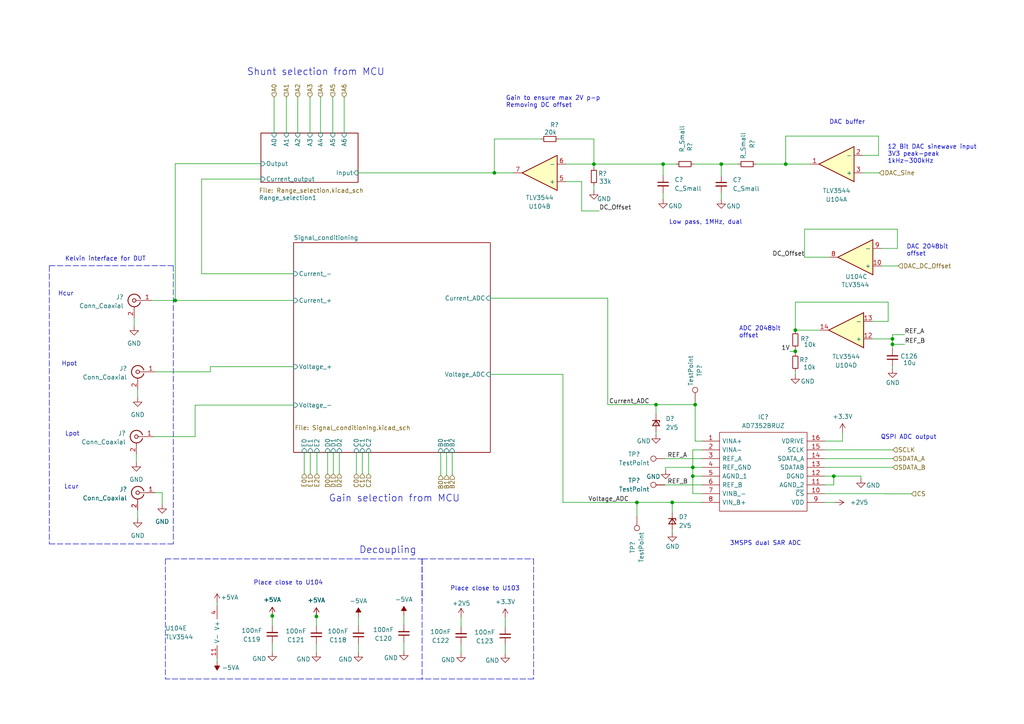
<source format=kicad_sch>
(kicad_sch (version 20230121) (generator eeschema)
  (paper "A4")
  (lib_symbols
    (symbol "Connector:Conn_Coaxial" (pin_names (offset 1.016) hide)
      (property "Reference" "J" (at 0.254 3.048 0))
      (property "Value" "Conn_Coaxial" (at 2.921 0 90))
      (symbol "Conn_Coaxial_0_1"
        (arc (start -1.778 -0.508) (mid 0.2311 -1.8066) (end 1.778 0) (stroke (width 0.254)))
        (polyline (pts (xy -2.54 0) (xy -0.508 0)))
        (polyline (pts (xy 0 -2.54) (xy 0 -1.778)))
        (circle (center 0 0) (radius 0.508) (stroke (width 0.2032)))
        (arc (start 1.778 0) (mid 0.2099 1.8101) (end -1.778 0.508) (stroke (width 0.254)))
      )
      (symbol "Conn_Coaxial_1_1"
        (pin passive line (at -5.08 0 0) (length 2.54) (name "In") (number "1"))
        (pin passive line (at 0 -5.08 90) (length 2.54) (name "Ext") (number "2"))
      )
    )
    (symbol "Connector:TestPoint" (pin_numbers hide) (pin_names (offset 0.762) hide)
      (property "Reference" "TP" (at 0 6.858 0))
      (property "Value" "TestPoint" (at 0 5.08 0))
      (symbol "TestPoint_0_1"
        (circle (center 0 3.302) (radius 0.762))
      )
      (symbol "TestPoint_1_1"
        (pin passive line (at 0 0 90) (length 2.54) (name "1") (number "1"))
      )
    )
    (symbol "Device:C_Small" (pin_numbers hide) (pin_names (offset 0.254) hide)
      (property "Reference" "C" (at 0.254 1.778 0))
      (property "Value" "C_Small" (at 0.254 -2.032 0))
      (symbol "C_Small_0_1"
        (polyline (pts (xy -1.524 -0.508) (xy 1.524 -0.508)) (stroke (width 0.3302)))
        (polyline (pts (xy -1.524 0.508) (xy 1.524 0.508)) (stroke (width 0.3048)))
      )
      (symbol "C_Small_1_1"
        (pin passive line (at 0 2.54 270) (length 2.032) (name "~") (number "1"))
        (pin passive line (at 0 -2.54 90) (length 2.032) (name "~") (number "2"))
      )
    )
    (symbol "Device:D_Zener_Small" (pin_numbers hide) (pin_names (offset 0.254) hide)
      (property "Reference" "D" (at 0 2.286 0))
      (property "Value" "D_Zener_Small" (at 0 -2.286 0))
      (symbol "D_Zener_Small_0_1"
        (polyline (pts (xy 0.762 0) (xy -0.762 0)))
        (polyline (pts (xy -0.254 1.016) (xy -0.762 1.016) (xy -0.762 -1.016)) (stroke (width 0.254)))
        (polyline (pts (xy 0.762 1.016) (xy -0.762 0) (xy 0.762 -1.016) (xy 0.762 1.016)) (stroke (width 0.254)))
      )
      (symbol "D_Zener_Small_1_1"
        (pin passive line (at -2.54 0 0) (length 1.778) (name "K") (number "1"))
        (pin passive line (at 2.54 0 180) (length 1.778) (name "A") (number "2"))
      )
    )
    (symbol "Device:Opamp_Quad"
      (property "Reference" "U" (at 0 5.08 0))
      (property "Value" "Opamp_Quad" (at 0 -5.08 0))
      (symbol "Opamp_Quad_1_1"
        (polyline (pts (xy -5.08 5.08) (xy 5.08 0) (xy -5.08 -5.08) (xy -5.08 5.08)) (stroke (width 0.254)) (fill (type background)))
        (pin output line (at 7.62 0 180) (length 2.54) (name "~") (number "1"))
        (pin input line (at -7.62 -2.54 0) (length 2.54) (name "-") (number "2"))
        (pin input line (at -7.62 2.54 0) (length 2.54) (name "+") (number "3"))
      )
      (symbol "Opamp_Quad_2_1"
        (polyline (pts (xy -5.08 5.08) (xy 5.08 0) (xy -5.08 -5.08) (xy -5.08 5.08)) (stroke (width 0.254)) (fill (type background)))
        (pin input line (at -7.62 2.54 0) (length 2.54) (name "+") (number "5"))
        (pin input line (at -7.62 -2.54 0) (length 2.54) (name "-") (number "6"))
        (pin output line (at 7.62 0 180) (length 2.54) (name "~") (number "7"))
      )
      (symbol "Opamp_Quad_3_1"
        (polyline (pts (xy -5.08 5.08) (xy 5.08 0) (xy -5.08 -5.08) (xy -5.08 5.08)) (stroke (width 0.254)) (fill (type background)))
        (pin input line (at -7.62 2.54 0) (length 2.54) (name "+") (number "10"))
        (pin output line (at 7.62 0 180) (length 2.54) (name "~") (number "8"))
        (pin input line (at -7.62 -2.54 0) (length 2.54) (name "-") (number "9"))
      )
      (symbol "Opamp_Quad_4_1"
        (polyline (pts (xy -5.08 5.08) (xy 5.08 0) (xy -5.08 -5.08) (xy -5.08 5.08)) (stroke (width 0.254)) (fill (type background)))
        (pin input line (at -7.62 2.54 0) (length 2.54) (name "+") (number "12"))
        (pin input line (at -7.62 -2.54 0) (length 2.54) (name "-") (number "13"))
        (pin output line (at 7.62 0 180) (length 2.54) (name "~") (number "14"))
      )
      (symbol "Opamp_Quad_5_1"
        (pin power_in line (at -2.54 -7.62 90) (length 3.81) (name "V-") (number "11"))
        (pin power_in line (at -2.54 7.62 270) (length 3.81) (name "V+") (number "4"))
      )
    )
    (symbol "Device:R_Small" (pin_numbers hide) (pin_names (offset 0.254) hide)
      (property "Reference" "R" (at 0.762 0.508 0))
      (property "Value" "R_Small" (at 0.762 -1.016 0))
      (symbol "R_Small_0_1"
        (rectangle (start -0.762 1.778) (end 0.762 -1.778) (stroke (width 0.2032)))
      )
      (symbol "R_Small_1_1"
        (pin passive line (at 0 2.54 270) (length 0.762) (name "~") (number "1"))
        (pin passive line (at 0 -2.54 90) (length 0.762) (name "~") (number "2"))
      )
    )
    (symbol "SamacSys_Parts:AD7352BRUZ" (pin_names (offset 0.762))
      (property "Reference" "IC" (at 31.75 7.62 0))
      (property "Value" "AD7352BRUZ" (at 31.75 5.08 0))
      (symbol "AD7352BRUZ_0_0"
        (pin passive line (at 0 0 0) (length 5.08) (name "VINA+") (number "1"))
        (pin passive line (at 35.56 -15.24 180) (length 5.08) (name "~{CS}") (number "10"))
        (pin passive line (at 35.56 -12.7 180) (length 5.08) (name "AGND_2") (number "11"))
        (pin passive line (at 35.56 -10.16 180) (length 5.08) (name "DGND") (number "12"))
        (pin passive line (at 35.56 -7.62 180) (length 5.08) (name "SDATAB") (number "13"))
        (pin passive line (at 35.56 -5.08 180) (length 5.08) (name "SDATA_A") (number "14"))
        (pin passive line (at 35.56 -2.54 180) (length 5.08) (name "SCLK") (number "15"))
        (pin passive line (at 35.56 0 180) (length 5.08) (name "VDRIVE") (number "16"))
        (pin passive line (at 0 -2.54 0) (length 5.08) (name "VINA-") (number "2"))
        (pin passive line (at 0 -5.08 0) (length 5.08) (name "REF_A") (number "3"))
        (pin passive line (at 0 -7.62 0) (length 5.08) (name "REF_GND") (number "4"))
        (pin passive line (at 0 -10.16 0) (length 5.08) (name "AGND_1") (number "5"))
        (pin passive line (at 0 -12.7 0) (length 5.08) (name "REF_B") (number "6"))
        (pin passive line (at 0 -15.24 0) (length 5.08) (name "VINB_-") (number "7"))
        (pin passive line (at 0 -17.78 0) (length 5.08) (name "VIN_B+") (number "8"))
        (pin passive line (at 35.56 -17.78 180) (length 5.08) (name "VDD") (number "9"))
      )
      (symbol "AD7352BRUZ_0_1"
        (polyline (pts (xy 5.08 2.54) (xy 30.48 2.54) (xy 30.48 -20.32) (xy 5.08 -20.32) (xy 5.08 2.54)) (stroke (width 0.1524)))
      )
    )
    (symbol "power:+2V5" (power) (pin_names (offset 0))
      (property "Value" "+2V5" (at 0 3.556 0))
      (symbol "+2V5_0_1"
        (polyline (pts (xy -0.762 1.27) (xy 0 2.54)))
        (polyline (pts (xy 0 0) (xy 0 2.54)))
        (polyline (pts (xy 0 2.54) (xy 0.762 1.27)))
      )
      (symbol "+2V5_1_1"
        (pin power_in line (at 0 0 90) (length 0) hide (name "+2V5") (number "1"))
      )
    )
    (symbol "power:+3.3V" (power) (pin_names (offset 0))
      (property "Value" "+3.3V" (at 0 3.556 0))
      (symbol "+3.3V_0_1"
        (polyline (pts (xy -0.762 1.27) (xy 0 2.54)))
        (polyline (pts (xy 0 0) (xy 0 2.54)))
        (polyline (pts (xy 0 2.54) (xy 0.762 1.27)))
      )
      (symbol "+3.3V_1_1"
        (pin power_in line (at 0 0 90) (length 0) hide (name "+3.3V") (number "1"))
      )
    )
    (symbol "power:+5VA" (power) (pin_names (offset 0))
      (property "Value" "+5VA" (at 0 3.556 0))
      (symbol "+5VA_0_1"
        (polyline (pts (xy -0.762 1.27) (xy 0 2.54)))
        (polyline (pts (xy 0 0) (xy 0 2.54)))
        (polyline (pts (xy 0 2.54) (xy 0.762 1.27)))
      )
      (symbol "+5VA_1_1"
        (pin power_in line (at 0 0 90) (length 0) hide (name "+5VA") (number "1"))
      )
    )
    (symbol "power:-5VA" (power) (pin_names (offset 0))
      (property "Value" "-5VA" (at 0 3.81 0))
      (symbol "-5VA_0_0"
        (pin power_in line (at 0 0 90) (length 0) hide (name "-5VA") (number "1"))
      )
      (symbol "-5VA_0_1"
        (polyline (pts (xy 0 0) (xy 0 1.27) (xy 0.762 1.27) (xy 0 2.54) (xy -0.762 1.27) (xy 0 1.27)) (fill (type outline)))
      )
    )
    (symbol "power:GND" (power) (pin_names (offset 0))
      (property "Value" "GND" (at 0 -3.81 0))
      (symbol "GND_0_1"
        (polyline (pts (xy 0 0) (xy 0 -1.27) (xy 1.27 -1.27) (xy 0 -2.54) (xy -1.27 -1.27) (xy 0 -1.27)))
      )
      (symbol "GND_1_1"
        (pin power_in line (at 0 0 270) (length 0) hide (name "GND") (number "1"))
      )
    )
  )
  (junction (at 200.9394 138.0998))
  (junction (at 50.8254 87.1474))
  (junction (at 241.8334 138.0998))
  (junction (at 200.9394 135.5598))
  (junction (at 258.8514 98.298))
  (junction (at 227.8888 47.5996))
  (junction (at 184.7342 145.7198))
  (junction (at 230.6828 101.9048))
  (junction (at 258.8514 99.8728))
  (junction (at 209.1944 47.5996))
  (junction (at 91.7702 178.7906))
  (junction (at 78.9686 178.6382))
  (junction (at 230.6828 95.758))
  (junction (at 190.2714 117.3734))
  (junction (at 201.6252 117.3734))
  (junction (at 192.3288 47.5996))
  (junction (at 194.9704 145.7198))
  (junction (at 172.2628 47.5996))
  (junction (at 143.383 50.1396))
  (wire (pts (xy 192.3288 47.5996) (xy 196.1388 47.5996)))
  (wire (pts (xy 129.5146 132.7658) (xy 129.54 132.7658)))
  (wire (pts (xy 239.1664 135.5598) (xy 258.9784 135.5598)))
  (wire (pts (xy 164.1348 47.5996) (xy 172.2628 47.5996)))
  (wire (pts (xy 131.1402 132.7912) (xy 131.1656 132.7912)))
  (wire (pts (xy 92.964 38.608) (xy 92.964 28.194)))
  (wire (pts (xy 103.3526 131.2164) (xy 103.3526 137.3886)))
  (wire (pts (xy 184.7342 145.7198) (xy 163.2712 145.7198)))
  (wire (pts (xy 193.0654 135.5598) (xy 193.0654 136.3218)))
  (polyline (pts (xy 122.4534 162.1028) (xy 154.7622 162.1028)) (stroke (width 0) (type dash)))
  (polyline (pts (xy 47.9806 162.1028) (xy 122.428 162.1028)) (stroke (width 0) (type dash)))
  (wire (pts (xy 200.9394 143.1798) (xy 200.9394 138.0998)))
  (wire (pts (xy 106.9086 131.2164) (xy 106.9086 137.3886)))
  (wire (pts (xy 163.2712 108.585) (xy 142.2146 108.585)))
  (wire (pts (xy 201.2188 47.5996) (xy 209.1944 47.5996)))
  (wire (pts (xy 127.8128 132.7404) (xy 127.8128 131.2164)))
  (wire (pts (xy 168.7068 61.1886) (xy 168.7068 52.6796)))
  (wire (pts (xy 127.8382 132.7404) (xy 127.8382 137.8204)))
  (wire (pts (xy 194.9704 153.7208) (xy 194.9704 154.4828)))
  (wire (pts (xy 253.0348 98.298) (xy 258.8514 98.298)))
  (wire (pts (xy 233.3498 74.5998) (xy 240.4618 74.5998)))
  (wire (pts (xy 38.9128 92.2274) (xy 38.9128 94.6404)))
  (wire (pts (xy 203.6064 130.4798) (xy 200.9394 130.4798)))
  (wire (pts (xy 219.2274 47.5996) (xy 227.8888 47.5996)))
  (wire (pts (xy 103.8606 50.1396) (xy 143.383 50.1396)))
  (wire (pts (xy 193.0654 135.5598) (xy 200.9394 135.5598)))
  (wire (pts (xy 78.9686 178.6382) (xy 78.9686 181.4322)))
  (wire (pts (xy 91.7702 178.7906) (xy 91.7702 181.5846)))
  (wire (pts (xy 58.4708 51.943) (xy 58.4708 79.4004)))
  (wire (pts (xy 39.9288 112.9284) (xy 39.9288 115.3414)))
  (wire (pts (xy 143.383 40.3098) (xy 156.9466 40.3098)))
  (wire (pts (xy 239.1664 143.1798) (xy 256.7686 143.1798)))
  (wire (pts (xy 86.36 38.608) (xy 86.36 28.194)))
  (wire (pts (xy 249.7074 138.0998) (xy 249.7074 138.8618)))
  (wire (pts (xy 105.0798 131.2164) (xy 105.0798 137.3886)))
  (wire (pts (xy 203.6064 143.1798) (xy 200.9394 143.1798)))
  (wire (pts (xy 172.2628 40.3098) (xy 172.2628 47.5996)))
  (wire (pts (xy 230.6828 107.6198) (xy 230.6828 108.712)))
  (wire (pts (xy 230.6828 87.63) (xy 230.6828 95.758)))
  (wire (pts (xy 258.8514 98.298) (xy 258.8514 99.8728)))
  (wire (pts (xy 96.6724 131.2164) (xy 96.6724 137.3886)))
  (wire (pts (xy 62.9666 174.752) (xy 62.9666 175.7426)))
  (wire (pts (xy 58.4708 51.943) (xy 75.6666 51.943)))
  (wire (pts (xy 184.7342 145.7198) (xy 194.9704 145.7198)))
  (wire (pts (xy 190.2714 117.3734) (xy 201.6252 117.3734)))
  (wire (pts (xy 256.7686 143.2306) (xy 264.3886 143.2306)))
  (wire (pts (xy 190.2714 125.2474) (xy 190.2714 126.0094)))
  (wire (pts (xy 103.9622 178.816) (xy 103.9622 181.61)))
  (wire (pts (xy 239.1664 138.0998) (xy 241.8334 138.0998)))
  (wire (pts (xy 85.1662 106.3498) (xy 61.0108 106.3498)))
  (wire (pts (xy 201.6252 117.3734) (xy 201.6252 127.9398)))
  (wire (pts (xy 230.6828 101.1174) (xy 230.6828 101.9048)))
  (wire (pts (xy 239.1664 140.6398) (xy 241.8334 140.6398)))
  (wire (pts (xy 99.822 38.608) (xy 99.822 28.194)))
  (wire (pts (xy 172.2628 53.721) (xy 172.2628 55.245)))
  (wire (pts (xy 227.8888 39.4716) (xy 227.8888 47.5996)))
  (wire (pts (xy 227.8888 47.5996) (xy 235.0008 47.5996)))
  (wire (pts (xy 56.5912 117.5004) (xy 85.1662 117.5004)))
  (wire (pts (xy 176.276 117.3734) (xy 176.276 86.487)))
  (wire (pts (xy 39.5478 131.7244) (xy 39.5478 134.1374)))
  (wire (pts (xy 192.8114 133.0198) (xy 203.6064 133.0198)))
  (wire (pts (xy 142.2146 86.487) (xy 176.276 86.487)))
  (wire (pts (xy 194.9704 145.7198) (xy 194.9704 148.6408)))
  (wire (pts (xy 258.8514 97.0788) (xy 258.8514 98.298)))
  (wire (pts (xy 96.52 38.608) (xy 96.52 28.194)))
  (wire (pts (xy 89.916 38.608) (xy 89.916 28.194)))
  (wire (pts (xy 209.1944 47.5996) (xy 214.1474 47.5996)))
  (wire (pts (xy 258.8514 97.0788) (xy 262.3566 97.0788)))
  (wire (pts (xy 257.6068 93.218) (xy 257.6068 87.63)))
  (wire (pts (xy 146.5326 186.9948) (xy 146.5326 189.611)))
  (wire (pts (xy 192.3288 47.5996) (xy 192.3288 50.8508)))
  (wire (pts (xy 201.6252 116.4082) (xy 201.6252 117.3734)))
  (wire (pts (xy 133.731 178.9684) (xy 133.731 181.7624)))
  (polyline (pts (xy 154.7622 196.9262) (xy 122.428 196.9262)) (stroke (width 0) (type dash)))
  (wire (pts (xy 45.0088 107.8484) (xy 61.0108 107.8484)))
  (wire (pts (xy 98.3996 131.2164) (xy 98.3996 137.3886)))
  (wire (pts (xy 244.3734 127.9398) (xy 244.3734 125.3998)))
  (polyline (pts (xy 122.428 162.0774) (xy 122.428 196.9262)) (stroke (width 0) (type dash)))
  (wire (pts (xy 47.0408 142.9004) (xy 47.0408 146.3294)))
  (wire (pts (xy 117.1448 178.3842) (xy 117.1448 181.1782)))
  (wire (pts (xy 127.8128 132.7404) (xy 127.8382 132.7404)))
  (wire (pts (xy 230.6828 95.758) (xy 230.6828 96.0374)))
  (polyline (pts (xy 122.428 162.1028) (xy 122.428 174.2186)) (stroke (width 0) (type dash)))
  (polyline (pts (xy 14.3256 77.0636) (xy 50.2666 77.0636)) (stroke (width 0) (type dash)))
  (wire (pts (xy 172.2628 47.5996) (xy 192.3288 47.5996)))
  (wire (pts (xy 256.7686 143.2306) (xy 256.7686 143.1798)))
  (wire (pts (xy 83.058 38.608) (xy 83.058 28.194)))
  (wire (pts (xy 173.7868 61.1886) (xy 168.7068 61.1886)))
  (wire (pts (xy 89.9922 131.2164) (xy 89.9922 137.3886)))
  (wire (pts (xy 95.0214 131.2164) (xy 95.0214 137.3886)))
  (wire (pts (xy 78.9686 186.5122) (xy 78.9686 189.1284)))
  (wire (pts (xy 172.2628 47.5996) (xy 172.2628 48.641)))
  (wire (pts (xy 62.9666 190.9826) (xy 62.9666 191.8716)))
  (wire (pts (xy 192.8114 140.6398) (xy 203.6064 140.6398)))
  (wire (pts (xy 58.4708 79.4004) (xy 85.1662 79.4004)))
  (wire (pts (xy 203.6064 138.0998) (xy 200.9394 138.0998)))
  (wire (pts (xy 117.1448 186.2582) (xy 117.1448 188.8744)))
  (wire (pts (xy 50.8254 87.1474) (xy 43.9928 87.1474)))
  (wire (pts (xy 88.2396 131.2164) (xy 88.2396 137.3886)))
  (wire (pts (xy 50.8254 47.4726) (xy 75.6666 47.4726)))
  (wire (pts (xy 239.1664 127.9398) (xy 244.3734 127.9398)))
  (wire (pts (xy 192.3288 55.9308) (xy 192.3288 57.8358)))
  (wire (pts (xy 91.9226 131.2164) (xy 91.9226 137.3886)))
  (wire (pts (xy 184.7342 145.7198) (xy 184.7342 149.8854)))
  (wire (pts (xy 129.5146 132.7658) (xy 129.5146 131.2164)))
  (wire (pts (xy 39.9288 147.9804) (xy 39.9288 150.3934)))
  (wire (pts (xy 146.5326 179.1208) (xy 146.5326 181.9148)))
  (wire (pts (xy 209.1944 50.9016) (xy 209.1944 47.5996)))
  (wire (pts (xy 200.9394 130.4798) (xy 200.9394 135.5598)))
  (wire (pts (xy 50.8254 47.4726) (xy 50.8254 87.1474)))
  (wire (pts (xy 239.1664 145.7198) (xy 242.2144 145.7198)))
  (polyline (pts (xy 47.9806 162.1028) (xy 47.9806 196.9262)) (stroke (width 0) (type dash)))
  (wire (pts (xy 190.2714 117.3734) (xy 190.2714 120.1674)))
  (wire (pts (xy 200.9394 138.0998) (xy 200.9394 135.5598)))
  (wire (pts (xy 168.7068 52.6796) (xy 164.1348 52.6796)))
  (polyline (pts (xy 50.2666 157.7594) (xy 14.3002 157.7594)) (stroke (width 0) (type dash)))
  (wire (pts (xy 250.2408 50.1396) (xy 255.0668 50.1396)))
  (wire (pts (xy 61.0108 106.3498) (xy 61.0108 107.8484)))
  (wire (pts (xy 143.383 50.1396) (xy 143.383 40.3098)))
  (wire (pts (xy 143.383 50.1396) (xy 148.8948 50.1396)))
  (wire (pts (xy 254.8128 45.0596) (xy 254.8128 39.4716)))
  (wire (pts (xy 255.7018 77.1398) (xy 260.5278 77.1398)))
  (wire (pts (xy 239.1664 133.0198) (xy 258.9784 133.0198)))
  (wire (pts (xy 56.5912 117.5004) (xy 56.5912 126.6444)))
  (wire (pts (xy 241.8334 140.6398) (xy 241.8334 138.0998)))
  (wire (pts (xy 79.502 38.608) (xy 79.502 28.194)))
  (wire (pts (xy 260.2738 66.4718) (xy 233.3498 66.4718)))
  (wire (pts (xy 133.731 186.8424) (xy 133.731 189.4586)))
  (wire (pts (xy 229.108 101.9048) (xy 230.6828 101.9048)))
  (wire (pts (xy 203.6064 127.9398) (xy 201.6252 127.9398)))
  (wire (pts (xy 250.2408 45.0596) (xy 254.8128 45.0596)))
  (wire (pts (xy 255.7018 72.0598) (xy 260.2738 72.0598)))
  (wire (pts (xy 103.9622 186.69) (xy 103.9622 189.3062)))
  (wire (pts (xy 194.9704 145.7198) (xy 203.6064 145.7198)))
  (wire (pts (xy 257.6068 87.63) (xy 230.6828 87.63)))
  (wire (pts (xy 241.8334 138.0998) (xy 249.7074 138.0998)))
  (wire (pts (xy 239.1664 130.4798) (xy 258.9784 130.4798)))
  (wire (pts (xy 260.2738 72.0598) (xy 260.2738 66.4718)))
  (wire (pts (xy 230.6828 95.758) (xy 237.7948 95.758)))
  (wire (pts (xy 209.1944 55.9816) (xy 209.1944 57.8866)))
  (wire (pts (xy 163.2712 145.7198) (xy 163.2712 108.585)))
  (polyline (pts (xy 14.3002 77.089) (xy 14.3002 157.7594)) (stroke (width 0) (type dash)))
  (wire (pts (xy 129.54 132.7658) (xy 129.54 137.795)))
  (wire (pts (xy 50.8254 87.1474) (xy 85.1662 87.1474)))
  (polyline (pts (xy 122.428 196.9262) (xy 47.9806 196.9262)) (stroke (width 0) (type dash)))
  (wire (pts (xy 131.1402 132.7912) (xy 131.1402 131.2164)))
  (wire (pts (xy 200.9394 135.5598) (xy 203.6064 135.5598)))
  (wire (pts (xy 91.7702 186.6646) (xy 91.7702 189.2808)))
  (wire (pts (xy 230.6828 101.9048) (xy 230.6828 102.5398)))
  (polyline (pts (xy 154.7622 162.1028) (xy 154.7622 196.9262)) (stroke (width 0) (type dash)))
  (wire (pts (xy 44.6278 126.6444) (xy 56.5912 126.6444)))
  (wire (pts (xy 233.3498 66.4718) (xy 233.3498 74.5998)))
  (wire (pts (xy 258.8514 106.2482) (xy 258.8514 106.9848)))
  (wire (pts (xy 254.8128 39.4716) (xy 227.8888 39.4716)))
  (wire (pts (xy 131.1656 132.7912) (xy 131.1656 137.7442)))
  (polyline (pts (xy 50.2666 77.0636) (xy 50.2666 157.7594)) (stroke (width 0) (type dash)))
  (wire (pts (xy 176.276 117.3734) (xy 190.2714 117.3734)))
  (wire (pts (xy 162.0266 40.3098) (xy 172.2628 40.3098)))
  (wire (pts (xy 253.0348 93.218) (xy 257.6068 93.218)))
  (wire (pts (xy 258.8514 99.8728) (xy 258.8514 101.1682)))
  (wire (pts (xy 45.0088 142.9004) (xy 47.0408 142.9004)))
  (wire (pts (xy 262.4074 99.8728) (xy 258.8514 99.8728)))
  (text "Gain selection from MCU\n" (at 95.3262 145.8214 0) (effects (font (size 2 2)) (justify left bottom)))
  (text "Shunt selection from MCU\n" (at 71.5772 22.1488 0) (effects (font (size 2 2)) (justify left bottom)))
  (text "QSPI ADC output" (at 255.4224 127.6096 0) (effects (font (size 1.27 1.27)) (justify left bottom)))
  (text "Lcur\n" (at 18.5928 142.0114 0) (effects (font (size 1.27 1.27)) (justify left bottom)))
  (text "Decoupling\n" (at 104.14 160.8074 0) (effects (font (size 2 2)) (justify left bottom)))
  (text "Place close to U103\n\n\n\n\n\n" (at 150.7998 181.7624 0) (effects (font (size 1.27 1.27)) (justify right bottom)))
  (text "ADC 2048bit\noffset\n" (at 214.3252 98.171 0) (effects (font (size 1.27 1.27)) (justify left bottom)))
  (text "DAC 2048bit\noffset" (at 262.9154 74.4474 0) (effects (font (size 1.27 1.27)) (justify left bottom)))
  (text "3MSPS dual SAR ADC" (at 211.6582 158.3944 0) (effects (font (size 1.27 1.27)) (justify left bottom)))
  (text "Place close to U104\n\n\n\n\n\n" (at 93.726 180.086 0) (effects (font (size 1.27 1.27)) (justify right bottom)))
  (text "12 Bit DAC sinewave input\n3V3 peak-peak\n1kHz-300kHz\n" (at 257.4036 47.5488 0) (effects (font (size 1.27 1.27)) (justify left bottom)))
  (text "Low pass, 1MHz, dual\n" (at 194.0052 65.2526 0) (effects (font (size 1.27 1.27)) (justify left bottom)))
  (text "Lpot" (at 18.8468 126.6444 0) (effects (font (size 1.27 1.27)) (justify left bottom)))
  (text "Hcur" (at 16.8148 86.0044 0) (effects (font (size 1.27 1.27)) (justify left bottom)))
  (text "Kelvin interface for DUT" (at 18.8468 75.9206 0) (effects (font (size 1.27 1.27)) (justify left bottom)))
  (text "Hpot" (at 17.8308 106.3244 0) (effects (font (size 1.27 1.27)) (justify left bottom)))
  (text "DAC buffer" (at 240.5126 36.2458 0) (effects (font (size 1.27 1.27)) (justify left bottom)))
  (text "Gain to ensure max 2V p-p\nRemoving DC offset " (at 146.7104 31.3436 0) (effects (font (size 1.27 1.27)) (justify left bottom)))
  (label "Current_ADC" (at 176.6316 117.3734 0))
  (label "REF_B" (at 193.5734 140.6398 0))
  (label "REF_B" (at 262.4074 99.8728 0))
  (label "1V" (at 229.108 101.9048 180))
  (label "Voltage_ADC" (at 170.5864 145.7198 0))
  (label "REF_A" (at 193.5734 133.0198 0))
  (label "DC_Offset" (at 173.7868 61.1886 0))
  (label "DC_Offset" (at 233.3498 74.5998 180))
  (label "REF_A" (at 262.3566 97.0788 0))
  (hierarchical_label "B0" (shape input) (at 127.8382 137.8204 270))
  (hierarchical_label "E2" (shape input) (at 91.9226 137.3886 270))
  (hierarchical_label "A0" (shape input) (at 79.502 28.194 90))
  (hierarchical_label "A3" (shape input) (at 89.916 28.194 90))
  (hierarchical_label "DAC_DC_Offset" (shape input) (at 260.5278 77.1398 0))
  (hierarchical_label "A2" (shape input) (at 86.36 28.194 90))
  (hierarchical_label "DAC_Sine" (shape input) (at 255.0668 50.1396 0))
  (hierarchical_label "A5" (shape input) (at 96.52 28.194 90))
  (hierarchical_label "A4" (shape input) (at 92.964 28.194 90))
  (hierarchical_label "A6" (shape input) (at 99.822 28.194 90))
  (hierarchical_label "B2" (shape input) (at 131.1656 137.7442 270))
  (hierarchical_label "E0" (shape input) (at 88.2396 137.3886 270))
  (hierarchical_label "D2" (shape input) (at 98.3996 137.3886 270))
  (hierarchical_label "SDATA_A" (shape input) (at 258.9784 133.0198 0))
  (hierarchical_label "E1" (shape input) (at 89.9922 137.3886 270))
  (hierarchical_label "C2" (shape input) (at 106.9086 137.3886 270))
  (hierarchical_label "C1" (shape input) (at 105.0798 137.3886 270))
  (hierarchical_label "B1" (shape input) (at 129.54 137.795 270))
  (hierarchical_label "D0" (shape input) (at 95.0214 137.3886 270))
  (hierarchical_label "SDATA_B" (shape input) (at 258.9784 135.5598 0))
  (hierarchical_label "D1" (shape input) (at 96.6724 137.3886 270))
  (hierarchical_label "SCLK" (shape input) (at 258.9784 130.4798 0))
  (hierarchical_label "CS" (shape input) (at 264.3886 143.2306 0))
  (hierarchical_label "C0" (shape input) (at 103.3526 137.3886 270))
  (hierarchical_label "A1" (shape input) (at 83.058 28.194 90))
  (symbol (lib_id "Device:C_Small") (at 78.9686 183.9722 180) (unit 1)
    (property "Reference" "C119" (at 73.025 185.4454 0))
    (property "Value" "100nF" (at 73.025 182.9054 0))
    (property "Footprint" "Capacitor_SMD:C_0603_1608Metric" (effects hide))
    (instances (project "LCR" (path "" (reference "C119") (unit 1)) (path "" (reference "C?") (unit 1))))
  )
  (symbol (lib_id "power:+5VA") (at 78.9686 178.6382 0) (unit 1)
    (property "Reference" "#PWR?" (effects hide))
    (property "Value" "+5VA" (at 78.9686 173.9392 0))
    (instances (project "LCR" (path "" (reference "#PWR?") (unit 1)) (path "" (reference "#PWR?") (unit 1)) (path "" (reference "#PWR0174") (unit 1)) (path "" (reference "#PWR?") (unit 1))))
  )
  (symbol (lib_id "power:+5VA") (at 91.7702 178.7906 0) (unit 1)
    (property "Reference" "#PWR?" (effects hide))
    (property "Value" "+5VA" (at 91.7702 174.0916 0))
    (instances (project "LCR" (path "" (reference "#PWR?") (unit 1)) (path "" (reference "#PWR?") (unit 1)) (path "" (reference "#PWR0179") (unit 1)) (path "" (reference "#PWR?") (unit 1))))
  )
  (symbol (lib_id "power:+2V5") (at 242.2144 145.7198 270) (unit 1)
    (property "Reference" "#PWR?" (effects hide))
    (property "Value" "+2V5" (at 246.5324 145.7198 90) (effects (justify left)))
    (instances (project "LCR" (path "" (reference "#PWR?") (unit 1)) (path "" (reference "#PWR0193") (unit 1))))
  )
  (symbol (lib_id "Connector:Conn_Coaxial") (at 39.9288 107.8484 0) (mirror y) (unit 1)
    (property "Reference" "J?" (at 36.8808 106.8716 0) (effects (justify left)))
    (property "Value" "Conn_Coaxial" (at 36.8808 109.4116 0) (effects (justify left)))
    (property "Footprint" "SamacSys_Parts:031543110RFX" (effects hide))
    (property "Datasheet" " ~" (effects hide))
    (instances (project "LCR" (path "" (reference "J?") (unit 1)) (path "" (reference "J106") (unit 1))))
  )
  (symbol (lib_id "power:-5VA") (at 62.9666 191.8716 180) (unit 1)
    (property "Reference" "#PWR?" (effects hide))
    (property "Value" "-5VA" (at 66.8782 193.6496 0))
    (instances (project "LCR" (path "" (reference "#PWR?") (unit 1)) (path "" (reference "#PWR?") (unit 1)) (path "" (reference "#PWR0171") (unit 1)) (path "" (reference "#PWR?") (unit 1))))
  )
  (symbol (lib_id "power:GND") (at 209.1944 57.8866 0) (mirror y) (unit 1)
    (property "Reference" "#PWR?" (effects hide))
    (property "Value" "GND" (at 212.7504 59.7916 0))
    (instances (project "LCR" (path "" (reference "#PWR?") (unit 1)) (path "" (reference "#PWR0191") (unit 1))))
  )
  (symbol (lib_id "Device:Opamp_Quad") (at 245.4148 95.758 180) (unit 4)
    (property "Reference" "U104" (at 245.4148 105.9688 0))
    (property "Value" "TLV3544" (at 245.4148 103.4288 0))
    (property "Footprint" "Package_SO:SOIC-14_3.9x8.7mm_P1.27mm" (effects hide))
  )
  (symbol (lib_id "power:GND") (at 172.2628 55.245 0) (unit 1)
    (property "Reference" "#PWR?" (effects hide))
    (property "Value" "GND" (at 175.2092 57.6834 0))
    (instances (project "LCR" (path "" (reference "#PWR?") (unit 1)) (path "" (reference "#PWR?") (unit 1)) (path "" (reference "#PWR0186") (unit 1))))
  )
  (symbol (lib_id "Device:R_Small") (at 230.6828 105.0798 0) (unit 1)
    (property "Reference" "R?" (at 231.8512 104.3686 0) (effects (justify left)))
    (property "Value" "10k" (at 232.9688 106.5022 0) (effects (justify left)))
    (property "Footprint" "Resistor_SMD:R_0603_1608Metric" (effects hide))
    (instances (project "LCR" (path "" (reference "R?") (unit 1)) (path "" (reference "R?") (unit 1)) (path "" (reference "R120") (unit 1))))
  )
  (symbol (lib_id "power:GND") (at 192.3288 57.8358 0) (mirror y) (unit 1)
    (property "Reference" "#PWR?" (effects hide))
    (property "Value" "GND" (at 195.8848 59.7408 0))
    (instances (project "LCR" (path "" (reference "#PWR?") (unit 1)) (path "" (reference "#PWR0188") (unit 1))))
  )
  (symbol (lib_id "power:GND") (at 133.731 189.4586 0) (unit 1)
    (property "Reference" "#PWR?" (effects hide))
    (property "Value" "GND" (at 129.9718 191.389 0))
    (instances (project "LCR" (path "" (reference "#PWR?") (unit 1)) (path "" (reference "#PWR0183") (unit 1)) (path "" (reference "#PWR?") (unit 1))))
  )
  (symbol (lib_id "power:+3.3V") (at 146.5326 179.1208 0) (unit 1)
    (property "Reference" "#PWR?" (effects hide))
    (property "Value" "+3.3V" (at 146.5326 174.5488 0))
    (instances (project "LCR" (path "" (reference "#PWR?") (unit 1)) (path "" (reference "#PWR0184") (unit 1))))
  )
  (symbol (lib_id "Connector:Conn_Coaxial") (at 38.9128 87.1474 0) (mirror y) (unit 1)
    (property "Reference" "J?" (at 35.8648 86.1706 0) (effects (justify left)))
    (property "Value" "Conn_Coaxial" (at 35.8648 88.7106 0) (effects (justify left)))
    (property "Footprint" "SamacSys_Parts:031543110RFX" (effects hide))
    (property "Datasheet" " ~" (effects hide))
    (instances (project "LCR" (path "" (reference "J?") (unit 1)) (path "" (reference "J104") (unit 1))))
  )
  (symbol (lib_id "Device:C_Small") (at 103.9622 184.15 180) (unit 1)
    (property "Reference" "C118" (at 98.0186 185.6232 0))
    (property "Value" "100nF" (at 98.0186 183.0832 0))
    (property "Footprint" "Capacitor_SMD:C_0603_1608Metric" (effects hide))
    (instances (project "LCR" (path "" (reference "C118") (unit 1)) (path "" (reference "C?") (unit 1))))
  )
  (symbol (lib_id "Device:R_Small") (at 159.4866 40.3098 90) (unit 1)
    (property "Reference" "R?" (at 162.1282 36.2204 90) (effects (justify left)))
    (property "Value" "20k" (at 161.4932 38.3794 90) (effects (justify left)))
    (property "Footprint" "Resistor_SMD:R_0603_1608Metric" (effects hide))
    (instances (project "LCR" (path "" (reference "R?") (unit 1)) (path "" (reference "R?") (unit 1)) (path "" (reference "R115") (unit 1))))
  )
  (symbol (lib_id "power:GND") (at 230.6828 108.712 0) (mirror y) (unit 1)
    (property "Reference" "#PWR?" (effects hide))
    (property "Value" "GND" (at 234.2388 110.617 0))
    (instances (project "LCR" (path "" (reference "#PWR?") (unit 1)) (path "" (reference "#PWR0192") (unit 1))))
  )
  (symbol (lib_id "power:GND") (at 78.9686 189.1284 0) (unit 1)
    (property "Reference" "#PWR?" (effects hide))
    (property "Value" "GND" (at 75.2094 191.0588 0))
    (instances (project "LCR" (path "" (reference "#PWR?") (unit 1)) (path "" (reference "#PWR0176") (unit 1)) (path "" (reference "#PWR?") (unit 1))))
  )
  (symbol (lib_id "Connector:TestPoint") (at 192.8114 140.6398 90) (unit 1)
    (property "Reference" "TP?" (at 183.9214 139.3698 90))
    (property "Value" "TestPoint" (at 183.9214 141.9098 90))
    (property "Footprint" "TestPoint:TestPoint_Pad_D2.0mm" (effects hide))
    (instances (project "LCR" (path "" (reference "TP?") (unit 1)) (path "" (reference "TP103") (unit 1))))
  )
  (symbol (lib_id "power:+5VA") (at 62.9666 174.752 0) (unit 1)
    (property "Reference" "#PWR?" (effects hide))
    (property "Value" "+5VA" (at 66.5988 173.2534 0))
    (instances (project "LCR" (path "" (reference "#PWR?") (unit 1)) (path "" (reference "#PWR?") (unit 1)) (path "" (reference "#PWR0170") (unit 1)) (path "" (reference "#PWR?") (unit 1))))
  )
  (symbol (lib_id "Device:C_Small") (at 209.1944 53.4416 0) (unit 1)
    (property "Reference" "C?" (at 212.4964 52.1779 0) (effects (justify left)))
    (property "Value" "C_Small" (at 212.4964 54.7179 0) (effects (justify left)))
    (property "Footprint" "Capacitor_SMD:C_0603_1608Metric" (effects hide))
    (instances (project "LCR" (path "" (reference "C?") (unit 1)) (path "" (reference "C125") (unit 1))))
  )
  (symbol (lib_id "Device:Opamp_Quad") (at 65.5066 183.3626 0) (unit 5)
    (property "Reference" "U104" (at 47.9298 182.2196 0) (effects (justify left)))
    (property "Value" "TLV3544" (at 47.9298 184.7596 0) (effects (justify left)))
    (property "Footprint" "Package_SO:SOIC-14_3.9x8.7mm_P1.27mm" (effects hide))
    (instances (project "LCR" (path "" (reference "U104") (unit 5)) (path "" (reference "U?") (unit 5))))
  )
  (symbol (lib_id "Device:C_Small") (at 146.5326 184.4548 180) (unit 1)
    (property "Reference" "C123" (at 140.589 185.928 0))
    (property "Value" "100nF" (at 140.589 183.388 0))
    (property "Footprint" "Capacitor_SMD:C_0603_1608Metric" (effects hide))
    (instances (project "LCR" (path "" (reference "C123") (unit 1)) (path "" (reference "C?") (unit 1))))
  )
  (symbol (lib_id "power:-5VA") (at 117.1448 178.3842 0) (unit 1)
    (property "Reference" "#PWR?" (effects hide))
    (property "Value" "-5VA" (at 117.1448 173.863 0))
    (instances (project "LCR" (path "" (reference "#PWR?") (unit 1)) (path "" (reference "#PWR?") (unit 1)) (path "" (reference "#PWR0177") (unit 1)) (path "" (reference "#PWR?") (unit 1))))
  )
  (symbol (lib_id "power:GND") (at 39.5478 134.1374 0) (mirror y) (unit 1)
    (property "Reference" "#PWR?" (effects hide))
    (property "Value" "GND" (at 39.5478 139.0904 0))
    (instances (project "LCR" (path "" (reference "#PWR?") (unit 1)) (path "" (reference "#PWR0166") (unit 1))))
  )
  (symbol (lib_id "SamacSys_Parts:AD7352BRUZ") (at 203.6064 127.9398 0) (unit 1)
    (property "Reference" "IC?" (at 221.3864 120.9548 0))
    (property "Value" "AD7352BRUZ" (at 221.3864 123.4948 0))
    (property "Footprint" "SamacSys_Parts:SOP65P640X120-16N" (effects hide))
    (property "Datasheet" "http://www.analog.com/media/en/technical-documentation/data-sheets/AD7352.pdf" (effects hide))
    (property "Description" "AD7352BRUZ, 12 bit ADC Dual, Differential, SPI, Microwire, 16-Pin TSSOP" (effects hide))
    (property "Height" "1.2" (effects hide))
    (property "Manufacturer_Name" "Analog Devices" (effects hide))
    (property "Manufacturer_Part_Number" "AD7352BRUZ" (effects hide))
    (instances (project "LCR" (path "" (reference "IC?") (unit 1)) (path "" (reference "IC103") (unit 1))))
  )
  (symbol (lib_id "Device:C_Small") (at 117.1448 183.7182 180) (unit 1)
    (property "Reference" "C120" (at 111.2012 185.1914 0))
    (property "Value" "100nF" (at 111.2012 182.6514 0))
    (property "Footprint" "Capacitor_SMD:C_0603_1608Metric" (effects hide))
    (instances (project "LCR" (path "" (reference "C120") (unit 1)) (path "" (reference "C?") (unit 1))))
  )
  (symbol (lib_id "power:GND") (at 249.7074 138.8618 0) (mirror y) (unit 1)
    (property "Reference" "#PWR?" (effects hide))
    (property "Value" "GND" (at 253.2634 140.7668 0))
    (instances (project "LCR" (path "" (reference "#PWR?") (unit 1)) (path "" (reference "#PWR0195") (unit 1))))
  )
  (symbol (lib_id "Device:D_Zener_Small") (at 194.9704 151.1808 270) (unit 1)
    (property "Reference" "D?" (at 196.85 149.9108 90) (effects (justify left)))
    (property "Value" "2V5" (at 196.85 152.4508 90) (effects (justify left)))
    (property "Footprint" "Diode_SMD:D_SOD-123" (effects hide))
    (instances (project "LCR" (path "" (reference "D?") (unit 1)) (path "" (reference "D103") (unit 1))))
  )
  (symbol (lib_id "Connector:TestPoint") (at 192.8114 133.0198 90) (unit 1)
    (property "Reference" "TP?" (at 183.9214 131.7498 90))
    (property "Value" "TestPoint" (at 183.9214 134.2898 90))
    (property "Footprint" "TestPoint:TestPoint_Pad_D2.0mm" (effects hide))
    (instances (project "LCR" (path "" (reference "TP?") (unit 1)) (path "" (reference "TP102") (unit 1))))
  )
  (symbol (lib_id "Device:R_Small") (at 198.6788 47.5996 270) (unit 1)
    (property "Reference" "R?" (at 200.1012 41.3004 0) (effects (justify left)))
    (property "Value" "R_Small" (at 197.8152 36.3474 0) (effects (justify left)))
    (property "Footprint" "Resistor_SMD:R_0603_1608Metric" (effects hide))
    (instances (project "LCR" (path "" (reference "R?") (unit 1)) (path "" (reference "R117") (unit 1))))
  )
  (symbol (lib_id "power:GND") (at 190.2714 126.0094 0) (unit 1)
    (property "Reference" "#PWR?" (effects hide))
    (property "Value" "GND" (at 186.7154 127.9144 0))
    (instances (project "LCR" (path "" (reference "#PWR?") (unit 1)) (path "" (reference "#PWR0187") (unit 1))))
  )
  (symbol (lib_id "Connector:Conn_Coaxial") (at 39.5478 126.6444 0) (mirror y) (unit 1)
    (property "Reference" "J?" (at 36.4998 125.6676 0) (effects (justify left)))
    (property "Value" "Conn_Coaxial" (at 36.4998 128.2076 0) (effects (justify left)))
    (property "Footprint" "SamacSys_Parts:031543110RFX" (effects hide))
    (property "Datasheet" " ~" (effects hide))
    (instances (project "LCR" (path "" (reference "J?") (unit 1)) (path "" (reference "J105") (unit 1))))
  )
  (symbol (lib_id "power:+2V5") (at 133.731 178.9684 0) (unit 1)
    (property "Reference" "#PWR?" (effects hide))
    (property "Value" "+2V5" (at 131.1402 174.9806 0) (effects (justify left)))
    (instances (project "LCR" (path "" (reference "#PWR?") (unit 1)) (path "" (reference "#PWR0182") (unit 1))))
  )
  (symbol (lib_id "Device:C_Small") (at 133.731 184.3024 180) (unit 1)
    (property "Reference" "C122" (at 127.7874 185.7756 0))
    (property "Value" "100nF" (at 127.7874 183.2356 0))
    (property "Footprint" "Capacitor_SMD:C_0603_1608Metric" (effects hide))
    (instances (project "LCR" (path "" (reference "C122") (unit 1)) (path "" (reference "C?") (unit 1))))
  )
  (symbol (lib_id "Connector:Conn_Coaxial") (at 39.9288 142.9004 0) (mirror y) (unit 1)
    (property "Reference" "J?" (at 36.8808 141.9236 0) (effects (justify left)))
    (property "Value" "Conn_Coaxial" (at 36.8808 144.4636 0) (effects (justify left)))
    (property "Footprint" "SamacSys_Parts:031543110RFX" (effects hide))
    (property "Datasheet" " ~" (effects hide))
    (instances (project "LCR" (path "" (reference "J?") (unit 1)) (path "" (reference "J107") (unit 1))))
  )
  (symbol (lib_id "Device:C_Small") (at 91.7702 184.1246 180) (unit 1)
    (property "Reference" "C121" (at 85.8266 185.5978 0))
    (property "Value" "100nF" (at 85.8266 183.0578 0))
    (property "Footprint" "Capacitor_SMD:C_0603_1608Metric" (effects hide))
    (instances (project "LCR" (path "" (reference "C121") (unit 1)) (path "" (reference "C?") (unit 1))))
  )
  (symbol (lib_id "power:GND") (at 146.5326 189.611 0) (unit 1)
    (property "Reference" "#PWR?" (effects hide))
    (property "Value" "GND" (at 142.7734 191.5414 0))
    (instances (project "LCR" (path "" (reference "#PWR?") (unit 1)) (path "" (reference "#PWR0185") (unit 1)) (path "" (reference "#PWR?") (unit 1))))
  )
  (symbol (lib_id "Device:C_Small") (at 192.3288 53.3908 0) (unit 1)
    (property "Reference" "C?" (at 195.6308 52.1271 0) (effects (justify left)))
    (property "Value" "C_Small" (at 195.6308 54.6671 0) (effects (justify left)))
    (property "Footprint" "Capacitor_SMD:C_0603_1608Metric" (effects hide))
    (instances (project "LCR" (path "" (reference "C?") (unit 1)) (path "" (reference "C124") (unit 1))))
  )
  (symbol (lib_id "Device:R_Small") (at 216.6874 47.5996 270) (unit 1)
    (property "Reference" "R?" (at 218.186 40.4622 0) (effects (justify left)))
    (property "Value" "R_Small" (at 215.5444 38.3286 0) (effects (justify left)))
    (property "Footprint" "Resistor_SMD:R_0603_1608Metric" (effects hide))
    (instances (project "LCR" (path "" (reference "R?") (unit 1)) (path "" (reference "R118") (unit 1))))
  )
  (symbol (lib_id "power:GND") (at 193.0654 136.3218 0) (unit 1)
    (property "Reference" "#PWR?" (effects hide))
    (property "Value" "GND" (at 189.5094 138.2268 0))
    (instances (project "LCR" (path "" (reference "#PWR?") (unit 1)) (path "" (reference "#PWR0189") (unit 1))))
  )
  (symbol (lib_id "Device:R_Small") (at 172.2628 51.181 0) (unit 1)
    (property "Reference" "R?" (at 173.482 50.3428 0) (effects (justify left)))
    (property "Value" "33k" (at 173.7106 52.6288 0) (effects (justify left)))
    (property "Footprint" "Resistor_SMD:R_0603_1608Metric" (effects hide))
    (instances (project "LCR" (path "" (reference "R?") (unit 1)) (path "" (reference "R?") (unit 1)) (path "" (reference "R116") (unit 1))))
  )
  (symbol (lib_id "power:GND") (at 38.9128 94.6404 0) (mirror y) (unit 1)
    (property "Reference" "#PWR?" (effects hide))
    (property "Value" "GND" (at 38.9128 99.5934 0))
    (instances (project "LCR" (path "" (reference "#PWR?") (unit 1)) (path "" (reference "#PWR0165") (unit 1))))
  )
  (symbol (lib_id "power:+5VA") (at 78.9686 178.6382 0) (unit 1)
    (property "Reference" "#PWR?" (effects hide))
    (property "Value" "+5VA" (at 78.9686 173.9392 0))
    (instances (project "LCR" (path "" (reference "#PWR?") (unit 1)) (path "" (reference "#PWR?") (unit 1)) (path "" (reference "#PWR0175") (unit 1)) (path "" (reference "#PWR?") (unit 1))))
  )
  (symbol (lib_id "power:GND") (at 39.9288 115.3414 0) (mirror y) (unit 1)
    (property "Reference" "#PWR?" (effects hide))
    (property "Value" "GND" (at 39.9288 120.2944 0))
    (instances (project "LCR" (path "" (reference "#PWR?") (unit 1)) (path "" (reference "#PWR0167") (unit 1))))
  )
  (symbol (lib_id "power:GND") (at 39.9288 150.3934 0) (mirror y) (unit 1)
    (property "Reference" "#PWR?" (effects hide))
    (property "Value" "GND" (at 39.9288 155.3464 0))
    (instances (project "LCR" (path "" (reference "#PWR?") (unit 1)) (path "" (reference "#PWR0168") (unit 1))))
  )
  (symbol (lib_id "Connector:TestPoint") (at 201.6252 116.4082 0) (unit 1)
    (property "Reference" "TP?" (at 202.8952 107.5182 90))
    (property "Value" "TestPoint" (at 200.3552 107.5182 90))
    (property "Footprint" "TestPoint:TestPoint_Pad_D2.0mm" (effects hide))
    (instances (project "LCR" (path "" (reference "TP?") (unit 1)) (path "" (reference "TP104") (unit 1))))
  )
  (symbol (lib_id "Device:Opamp_Quad") (at 242.6208 47.5996 180) (unit 1)
    (property "Reference" "U104" (at 242.6208 57.8612 0))
    (property "Value" "TLV3544" (at 242.6208 55.3212 0))
    (property "Footprint" "Package_SO:SOIC-14_3.9x8.7mm_P1.27mm" (effects hide))
  )
  (symbol (lib_id "power:-5VA") (at 103.9622 178.816 0) (unit 1)
    (property "Reference" "#PWR?" (effects hide))
    (property "Value" "-5VA" (at 103.9622 174.2948 0))
    (instances (project "LCR" (path "" (reference "#PWR?") (unit 1)) (path "" (reference "#PWR?") (unit 1)) (path "" (reference "#PWR0172") (unit 1)) (path "" (reference "#PWR?") (unit 1))))
  )
  (symbol (lib_id "Device:R_Small") (at 230.6828 98.5774 0) (unit 1)
    (property "Reference" "R?" (at 232.1306 98.2726 0) (effects (justify left)))
    (property "Value" "10k" (at 233.0958 99.949 0) (effects (justify left)))
    (property "Footprint" "Resistor_SMD:R_0603_1608Metric" (effects hide))
    (instances (project "LCR" (path "" (reference "R?") (unit 1)) (path "" (reference "R?") (unit 1)) (path "" (reference "R119") (unit 1))))
  )
  (symbol (lib_id "power:GND") (at 258.8514 106.9848 0) (unit 1)
    (property "Reference" "#PWR?" (effects hide))
    (property "Value" "GND" (at 258.953 110.998 0))
    (instances (project "LCR" (path "" (reference "#PWR?") (unit 1)) (path "" (reference "#PWR0196") (unit 1))))
  )
  (symbol (lib_id "power:GND") (at 103.9622 189.3062 0) (unit 1)
    (property "Reference" "#PWR?" (effects hide))
    (property "Value" "GND" (at 100.203 191.2366 0))
    (instances (project "LCR" (path "" (reference "#PWR?") (unit 1)) (path "" (reference "#PWR0173") (unit 1)) (path "" (reference "#PWR?") (unit 1))))
  )
  (symbol (lib_id "Device:C_Small") (at 258.8514 103.7082 180) (unit 1)
    (property "Reference" "C126" (at 263.6774 103.3272 0))
    (property "Value" "10u" (at 263.8298 105.2322 0))
    (property "Footprint" "Capacitor_SMD:C_0603_1608Metric" (effects hide))
    (instances (project "LCR" (path "" (reference "C126") (unit 1)) (path "" (reference "C?") (unit 1))))
  )
  (symbol (lib_id "power:GND") (at 91.7702 189.2808 0) (unit 1)
    (property "Reference" "#PWR?" (effects hide))
    (property "Value" "GND" (at 88.011 191.2112 0))
    (instances (project "LCR" (path "" (reference "#PWR?") (unit 1)) (path "" (reference "#PWR0181") (unit 1)) (path "" (reference "#PWR?") (unit 1))))
  )
  (symbol (lib_id "Device:Opamp_Quad") (at 248.0818 74.5998 180) (unit 3)
    (property "Reference" "U104" (at 248.3866 80.2386 0))
    (property "Value" "TLV3544" (at 248.0818 82.6008 0))
    (property "Footprint" "Package_SO:SOIC-14_3.9x8.7mm_P1.27mm" (effects hide))
  )
  (symbol (lib_id "Device:D_Zener_Small") (at 190.2714 122.7074 270) (unit 1)
    (property "Reference" "D?" (at 193.04 121.4374 90) (effects (justify left)))
    (property "Value" "2V5" (at 193.04 123.9774 90) (effects (justify left)))
    (property "Footprint" "Diode_SMD:D_SOD-123" (effects hide))
    (instances (project "LCR" (path "" (reference "D?") (unit 1)) (path "" (reference "D102") (unit 1))))
  )
  (symbol (lib_id "Device:Opamp_Quad") (at 156.5148 50.1396 180) (unit 2)
    (property "Reference" "U104" (at 156.5148 59.8678 0))
    (property "Value" "TLV3544" (at 156.5148 57.3278 0))
    (property "Footprint" "Package_SO:SOIC-14_3.9x8.7mm_P1.27mm" (effects hide))
  )
  (symbol (lib_id "power:GND") (at 117.1448 188.8744 0) (unit 1)
    (property "Reference" "#PWR?" (effects hide))
    (property "Value" "GND" (at 113.3856 190.8048 0))
    (instances (project "LCR" (path "" (reference "#PWR?") (unit 1)) (path "" (reference "#PWR0178") (unit 1)) (path "" (reference "#PWR?") (unit 1))))
  )
  (symbol (lib_id "power:GND") (at 194.9704 154.4828 0) (unit 1)
    (property "Reference" "#PWR?" (effects hide))
    (property "Value" "GND" (at 195.072 158.496 0))
    (instances (project "LCR" (path "" (reference "#PWR?") (unit 1)) (path "" (reference "#PWR0190") (unit 1))))
  )
  (symbol (lib_id "power:+3.3V") (at 244.3734 125.3998 0) (unit 1)
    (property "Reference" "#PWR?" (effects hide))
    (property "Value" "+3.3V" (at 244.3734 120.8278 0))
    (instances (project "LCR" (path "" (reference "#PWR?") (unit 1)) (path "" (reference "#PWR0194") (unit 1))))
  )
  (symbol (lib_id "Connector:TestPoint") (at 184.7342 149.8854 180) (unit 1)
    (property "Reference" "TP?" (at 183.4642 158.7754 90))
    (property "Value" "TestPoint" (at 186.0042 158.7754 90))
    (property "Footprint" "TestPoint:TestPoint_Pad_D2.0mm" (effects hide))
    (instances (project "LCR" (path "" (reference "TP?") (unit 1)) (path "" (reference "TP101") (unit 1))))
  )
  (symbol (lib_id "power:+5VA") (at 91.7702 178.7906 0) (unit 1)
    (property "Reference" "#PWR?" (effects hide))
    (property "Value" "+5VA" (at 91.7702 174.0916 0))
    (instances (project "LCR" (path "" (reference "#PWR?") (unit 1)) (path "" (reference "#PWR?") (unit 1)) (path "" (reference "#PWR0180") (unit 1)) (path "" (reference "#PWR?") (unit 1))))
  )
  (symbol (lib_id "power:GND") (at 47.0408 146.3294 0) (mirror y) (unit 1)
    (property "Reference" "#PWR?" (effects hide))
    (property "Value" "GND" (at 47.0408 151.2824 0))
    (instances (project "LCR" (path "" (reference "#PWR?") (unit 1)) (path "" (reference "#PWR0169") (unit 1))))
  )
  (sheet (at 85.1662 70.3834) (size 57.0484 60.833) (stroke (width 0.1524))
    (property "Sheetname" "Signal_conditioning" (at 85.1662 69.6718 0) (effects (justify left bottom)))
    (property "Sheetfile" "Signal_conditioning.kicad_sch" (at 85.4456 123.3424 0) (effects (justify left top)))
    (pin "C2" input (at 106.9086 131.2164 270))
    (pin "Voltage_+" input (at 85.1662 106.3498 180))
    (pin "C0" input (at 103.3526 131.2164 270))
    (pin "Voltage_-" input (at 85.1662 117.5004 180))
    (pin "C1" input (at 105.0798 131.2164 270))
    (pin "B0" input (at 127.8128 131.2164 270))
    (pin "Current_+" input (at 85.1662 87.1474 180))
    (pin "Current_-" input (at 85.1662 79.4004 180))
    (pin "B2" input (at 131.1402 131.2164 270))
    (pin "B1" input (at 129.5146 131.2164 270))
    (pin "Voltage_ADC" input (at 142.2146 108.585 0))
    (pin "Current_ADC" input (at 142.2146 86.487 0))
    (pin "D0" input (at 95.0214 131.2164 270))
    (pin "D1" input (at 96.6724 131.2164 270))
    (pin "E0" input (at 88.2396 131.2164 270))
    (pin "E1" input (at 89.9922 131.2164 270))
    (pin "E2" input (at 91.9226 131.2164 270))
    (pin "D2" input (at 98.3996 131.2164 270))
  )
  (sheet (at 75.6666 38.608) (size 28.194 14.2748) (stroke (width 0.1524))
    (property "Sheetname" "Range_selection1" (at 75.0824 58.1148 0) (effects (justify left bottom)))
    (property "Sheetfile" "Range_selection.kicad_sch" (at 75.0824 54.5084 0) (effects (justify left top)))
    (pin "Output" input (at 75.6666 47.4726 180))
    (pin "Input" input (at 103.8606 50.1396 0))
    (pin "Current_output" input (at 75.6666 51.943 180))
    (pin "A3" input (at 89.916 38.608 90))
    (pin "A6" input (at 99.822 38.608 90))
    (pin "A4" input (at 92.964 38.608 90))
    (pin "A5" input (at 96.52 38.608 90))
    (pin "A2" input (at 86.36 38.608 90))
    (pin "A0" input (at 79.502 38.608 90))
    (pin "A1" input (at 83.058 38.608 90))
  )
)
</source>
